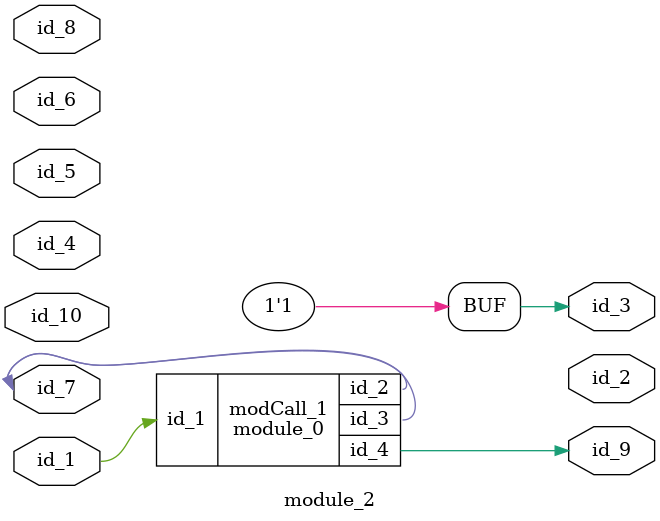
<source format=v>
module module_0 (
    id_1,
    id_2,
    id_3,
    id_4
);
  output wire id_4;
  inout wire id_3;
  output wire id_2;
  input wire id_1;
  assign id_2 = 1;
  assign module_2.id_3 = 0;
endmodule
module module_1 (
    id_1,
    id_2
);
  output wire id_2;
  inout wire id_1;
  assign id_2 = id_1 ? 1 : id_1;
  module_0 modCall_1 (
      id_1,
      id_1,
      id_1,
      id_2
  );
  assign modCall_1.id_2 = 0;
endmodule
module module_2 (
    id_1,
    id_2,
    id_3,
    id_4,
    id_5,
    id_6,
    id_7,
    id_8,
    id_9,
    id_10
);
  input wire id_10;
  output wire id_9;
  input wire id_8;
  inout wire id_7;
  input wire id_6;
  input wire id_5;
  input wire id_4;
  output wire id_3;
  output wire id_2;
  inout wire id_1;
  wor id_11 = 1 - id_7;
  assign id_11 = 1'b0 ? id_8 : id_6;
  module_0 modCall_1 (
      id_1,
      id_7,
      id_7,
      id_9
  );
  assign id_3 = 1;
endmodule

</source>
